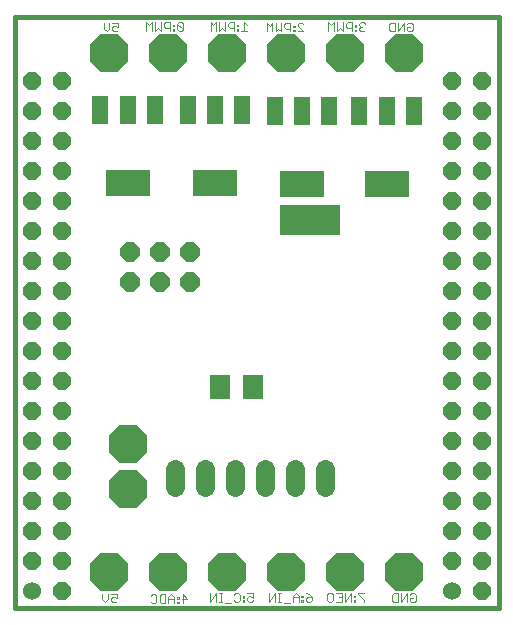
<source format=gbs>
G75*
%MOIN*%
%OFA0B0*%
%FSLAX24Y24*%
%IPPOS*%
%LPD*%
%AMOC8*
5,1,8,0,0,1.08239X$1,22.5*
%
%ADD10C,0.0160*%
%ADD11C,0.0030*%
%ADD12OC8,0.0640*%
%ADD13R,0.0520X0.0920*%
%ADD14R,0.1457X0.0906*%
%ADD15OC8,0.1290*%
%ADD16C,0.0640*%
%ADD17R,0.0670X0.0827*%
%ADD18C,0.0600*%
%ADD19OC8,0.0600*%
%ADD20R,0.2040X0.1040*%
D10*
X001046Y000180D02*
X017188Y000180D01*
X017188Y019865D01*
X001046Y019865D01*
X001046Y000180D01*
D11*
X003971Y000456D02*
X003971Y000649D01*
X003971Y000456D02*
X004067Y000359D01*
X004164Y000456D01*
X004164Y000649D01*
X004265Y000649D02*
X004459Y000649D01*
X004459Y000504D01*
X004362Y000553D01*
X004314Y000553D01*
X004265Y000504D01*
X004265Y000408D01*
X004314Y000359D01*
X004410Y000359D01*
X004459Y000408D01*
X005581Y000380D02*
X005629Y000332D01*
X005726Y000332D01*
X005774Y000380D01*
X005774Y000574D01*
X005726Y000622D01*
X005629Y000622D01*
X005581Y000574D01*
X005875Y000574D02*
X005875Y000380D01*
X005924Y000332D01*
X006069Y000332D01*
X006069Y000622D01*
X005924Y000622D01*
X005875Y000574D01*
X006170Y000525D02*
X006170Y000332D01*
X006170Y000477D02*
X006364Y000477D01*
X006364Y000525D02*
X006267Y000622D01*
X006170Y000525D01*
X006364Y000525D02*
X006364Y000332D01*
X006463Y000332D02*
X006511Y000332D01*
X006511Y000380D01*
X006463Y000380D01*
X006463Y000332D01*
X006463Y000477D02*
X006511Y000477D01*
X006511Y000525D01*
X006463Y000525D01*
X006463Y000477D01*
X006612Y000477D02*
X006806Y000477D01*
X006660Y000622D01*
X006660Y000332D01*
X007573Y000375D02*
X007573Y000665D01*
X007766Y000665D02*
X007573Y000375D01*
X007766Y000375D02*
X007766Y000665D01*
X007866Y000665D02*
X007963Y000665D01*
X007914Y000665D02*
X007914Y000375D01*
X007866Y000375D02*
X007963Y000375D01*
X008064Y000327D02*
X008257Y000327D01*
X008359Y000423D02*
X008407Y000375D01*
X008504Y000375D01*
X008552Y000423D01*
X008552Y000617D01*
X008504Y000665D01*
X008407Y000665D01*
X008359Y000617D01*
X008651Y000568D02*
X008651Y000520D01*
X008699Y000520D01*
X008699Y000568D01*
X008651Y000568D01*
X008651Y000423D02*
X008651Y000375D01*
X008699Y000375D01*
X008699Y000423D01*
X008651Y000423D01*
X008801Y000423D02*
X008849Y000375D01*
X008946Y000375D01*
X008994Y000423D01*
X008994Y000520D02*
X008897Y000568D01*
X008849Y000568D01*
X008801Y000520D01*
X008801Y000423D01*
X008994Y000520D02*
X008994Y000665D01*
X008801Y000665D01*
X009530Y000669D02*
X009530Y000379D01*
X009723Y000669D01*
X009723Y000379D01*
X009823Y000379D02*
X009920Y000379D01*
X009871Y000379D02*
X009871Y000669D01*
X009823Y000669D02*
X009920Y000669D01*
X010021Y000331D02*
X010214Y000331D01*
X010315Y000379D02*
X010315Y000572D01*
X010412Y000669D01*
X010509Y000572D01*
X010509Y000379D01*
X010608Y000379D02*
X010608Y000427D01*
X010656Y000427D01*
X010656Y000379D01*
X010608Y000379D01*
X010608Y000524D02*
X010656Y000524D01*
X010656Y000572D01*
X010608Y000572D01*
X010608Y000524D01*
X010509Y000524D02*
X010315Y000524D01*
X010757Y000476D02*
X010806Y000524D01*
X010951Y000524D01*
X010951Y000427D01*
X010902Y000379D01*
X010806Y000379D01*
X010757Y000427D01*
X010757Y000476D01*
X010854Y000621D02*
X010757Y000669D01*
X010854Y000621D02*
X010951Y000524D01*
X011463Y000427D02*
X011463Y000621D01*
X011511Y000669D01*
X011608Y000669D01*
X011656Y000621D01*
X011656Y000427D01*
X011608Y000379D01*
X011511Y000379D01*
X011463Y000427D01*
X011757Y000379D02*
X011951Y000379D01*
X011951Y000669D01*
X011757Y000669D01*
X011854Y000524D02*
X011951Y000524D01*
X012052Y000379D02*
X012052Y000669D01*
X012245Y000669D02*
X012052Y000379D01*
X012245Y000379D02*
X012245Y000669D01*
X012344Y000572D02*
X012344Y000524D01*
X012393Y000524D01*
X012393Y000572D01*
X012344Y000572D01*
X012344Y000427D02*
X012344Y000379D01*
X012393Y000379D01*
X012393Y000427D01*
X012344Y000427D01*
X012494Y000621D02*
X012687Y000427D01*
X012687Y000379D01*
X012687Y000669D02*
X012494Y000669D01*
X012494Y000621D01*
X013636Y000613D02*
X013636Y000419D01*
X013684Y000371D01*
X013829Y000371D01*
X013829Y000661D01*
X013684Y000661D01*
X013636Y000613D01*
X013931Y000661D02*
X013931Y000371D01*
X014124Y000661D01*
X014124Y000371D01*
X014225Y000419D02*
X014225Y000516D01*
X014322Y000516D01*
X014419Y000419D02*
X014370Y000371D01*
X014274Y000371D01*
X014225Y000419D01*
X014419Y000419D02*
X014419Y000613D01*
X014370Y000661D01*
X014274Y000661D01*
X014225Y000613D01*
X014264Y019387D02*
X014167Y019387D01*
X014119Y019435D01*
X014119Y019532D01*
X014216Y019532D01*
X014312Y019629D02*
X014312Y019435D01*
X014264Y019387D01*
X014018Y019387D02*
X014018Y019677D01*
X013824Y019387D01*
X013824Y019677D01*
X013723Y019677D02*
X013578Y019677D01*
X013530Y019629D01*
X013530Y019435D01*
X013578Y019387D01*
X013723Y019387D01*
X013723Y019677D01*
X014119Y019629D02*
X014167Y019677D01*
X014264Y019677D01*
X014312Y019629D01*
X012731Y019640D02*
X012682Y019689D01*
X012586Y019689D01*
X012537Y019640D01*
X012537Y019592D01*
X012586Y019544D01*
X012537Y019495D01*
X012537Y019447D01*
X012586Y019399D01*
X012682Y019399D01*
X012731Y019447D01*
X012634Y019544D02*
X012586Y019544D01*
X012436Y019544D02*
X012436Y019592D01*
X012388Y019592D01*
X012388Y019544D01*
X012436Y019544D01*
X012436Y019447D02*
X012436Y019399D01*
X012388Y019399D01*
X012388Y019447D01*
X012436Y019447D01*
X012289Y019495D02*
X012144Y019495D01*
X012095Y019544D01*
X012095Y019640D01*
X012144Y019689D01*
X012289Y019689D01*
X012289Y019399D01*
X011994Y019399D02*
X011897Y019495D01*
X011801Y019399D01*
X011801Y019689D01*
X011699Y019689D02*
X011603Y019592D01*
X011506Y019689D01*
X011506Y019399D01*
X011699Y019399D02*
X011699Y019689D01*
X011994Y019689D02*
X011994Y019399D01*
X010672Y019387D02*
X010478Y019580D01*
X010478Y019629D01*
X010527Y019677D01*
X010623Y019677D01*
X010672Y019629D01*
X010672Y019387D02*
X010478Y019387D01*
X010377Y019387D02*
X010377Y019435D01*
X010329Y019435D01*
X010329Y019387D01*
X010377Y019387D01*
X010377Y019532D02*
X010377Y019580D01*
X010329Y019580D01*
X010329Y019532D01*
X010377Y019532D01*
X010230Y019484D02*
X010085Y019484D01*
X010036Y019532D01*
X010036Y019629D01*
X010085Y019677D01*
X010230Y019677D01*
X010230Y019387D01*
X009935Y019387D02*
X009935Y019677D01*
X009742Y019677D02*
X009742Y019387D01*
X009838Y019484D01*
X009935Y019387D01*
X009640Y019387D02*
X009640Y019677D01*
X009544Y019580D01*
X009447Y019677D01*
X009447Y019387D01*
X008802Y019410D02*
X008608Y019410D01*
X008705Y019410D02*
X008705Y019701D01*
X008802Y019604D01*
X008507Y019604D02*
X008507Y019556D01*
X008459Y019556D01*
X008459Y019604D01*
X008507Y019604D01*
X008507Y019459D02*
X008507Y019410D01*
X008459Y019410D01*
X008459Y019459D01*
X008507Y019459D01*
X008360Y019507D02*
X008215Y019507D01*
X008166Y019556D01*
X008166Y019652D01*
X008215Y019701D01*
X008360Y019701D01*
X008360Y019410D01*
X008065Y019410D02*
X008065Y019701D01*
X007871Y019701D02*
X007871Y019410D01*
X007968Y019507D01*
X008065Y019410D01*
X007770Y019410D02*
X007770Y019701D01*
X007674Y019604D01*
X007577Y019701D01*
X007577Y019410D01*
X006660Y019459D02*
X006466Y019652D01*
X006466Y019459D01*
X006515Y019410D01*
X006612Y019410D01*
X006660Y019459D01*
X006660Y019652D01*
X006612Y019701D01*
X006515Y019701D01*
X006466Y019652D01*
X006365Y019604D02*
X006365Y019556D01*
X006317Y019556D01*
X006317Y019604D01*
X006365Y019604D01*
X006365Y019459D02*
X006365Y019410D01*
X006317Y019410D01*
X006317Y019459D01*
X006365Y019459D01*
X006218Y019507D02*
X006073Y019507D01*
X006024Y019556D01*
X006024Y019652D01*
X006073Y019701D01*
X006218Y019701D01*
X006218Y019410D01*
X005923Y019410D02*
X005827Y019507D01*
X005730Y019410D01*
X005730Y019701D01*
X005629Y019701D02*
X005629Y019410D01*
X005435Y019410D02*
X005435Y019701D01*
X005532Y019604D01*
X005629Y019701D01*
X005923Y019701D02*
X005923Y019410D01*
X004502Y019435D02*
X004454Y019387D01*
X004357Y019387D01*
X004308Y019435D01*
X004308Y019532D01*
X004357Y019580D01*
X004405Y019580D01*
X004502Y019532D01*
X004502Y019677D01*
X004308Y019677D01*
X004207Y019677D02*
X004207Y019484D01*
X004111Y019387D01*
X004014Y019484D01*
X004014Y019677D01*
D12*
X004884Y012038D03*
X004884Y011038D03*
X005884Y011038D03*
X005884Y012038D03*
X006884Y012038D03*
X006884Y011038D03*
D13*
X006817Y016762D03*
X007727Y016762D03*
X008637Y016762D03*
X009719Y016747D03*
X010628Y016747D03*
X011538Y016747D03*
X012534Y016747D03*
X013443Y016747D03*
X014353Y016747D03*
X005719Y016778D03*
X004810Y016778D03*
X003900Y016778D03*
D14*
X004810Y014338D03*
X007727Y014322D03*
X010628Y014306D03*
X013443Y014306D03*
D15*
X014038Y018684D03*
X012069Y018684D03*
X010101Y018684D03*
X008132Y018684D03*
X006164Y018684D03*
X004195Y018684D03*
X004810Y005641D03*
X004821Y004137D03*
X004195Y001361D03*
X006164Y001361D03*
X008132Y001361D03*
X010101Y001361D03*
X012069Y001361D03*
X014038Y001361D03*
D16*
X011400Y004199D02*
X011400Y004799D01*
X010400Y004799D02*
X010400Y004199D01*
X009400Y004199D02*
X009400Y004799D01*
X008400Y004799D02*
X008400Y004199D01*
X007400Y004199D02*
X007400Y004799D01*
X006400Y004799D02*
X006400Y004199D01*
D17*
X007880Y007542D03*
X008983Y007542D03*
D18*
X015617Y000735D03*
X001617Y000735D03*
D19*
X001617Y001735D03*
X001617Y002735D03*
X001617Y003735D03*
X001617Y004735D03*
X001617Y005735D03*
X001617Y006735D03*
X001617Y007735D03*
X001617Y008735D03*
X001617Y009735D03*
X001617Y010735D03*
X001617Y011735D03*
X001617Y012735D03*
X001617Y013735D03*
X001617Y014735D03*
X001617Y015735D03*
X001617Y016735D03*
X001617Y017735D03*
X002617Y017735D03*
X002617Y016735D03*
X002617Y015735D03*
X002617Y014735D03*
X002617Y013735D03*
X002617Y012735D03*
X002617Y011735D03*
X002617Y010735D03*
X002617Y009735D03*
X002617Y008735D03*
X002617Y007735D03*
X002617Y006735D03*
X002617Y005735D03*
X002617Y004735D03*
X002617Y003735D03*
X002617Y002735D03*
X002617Y001735D03*
X002617Y000735D03*
X015617Y001735D03*
X016617Y001735D03*
X016617Y000735D03*
X016617Y002735D03*
X016617Y003735D03*
X016617Y004735D03*
X016617Y005735D03*
X016617Y006735D03*
X016617Y007735D03*
X016617Y008735D03*
X016617Y009735D03*
X016617Y010735D03*
X016617Y011735D03*
X016617Y012735D03*
X016617Y013735D03*
X016617Y014735D03*
X016617Y015735D03*
X016617Y016735D03*
X016617Y017735D03*
X015617Y017735D03*
X015617Y016735D03*
X015617Y015735D03*
X015617Y014735D03*
X015617Y013735D03*
X015617Y012735D03*
X015617Y011735D03*
X015617Y010735D03*
X015617Y009735D03*
X015617Y008735D03*
X015617Y007735D03*
X015617Y006735D03*
X015617Y005735D03*
X015617Y004735D03*
X015617Y003735D03*
X015617Y002735D03*
D20*
X010884Y013089D03*
M02*

</source>
